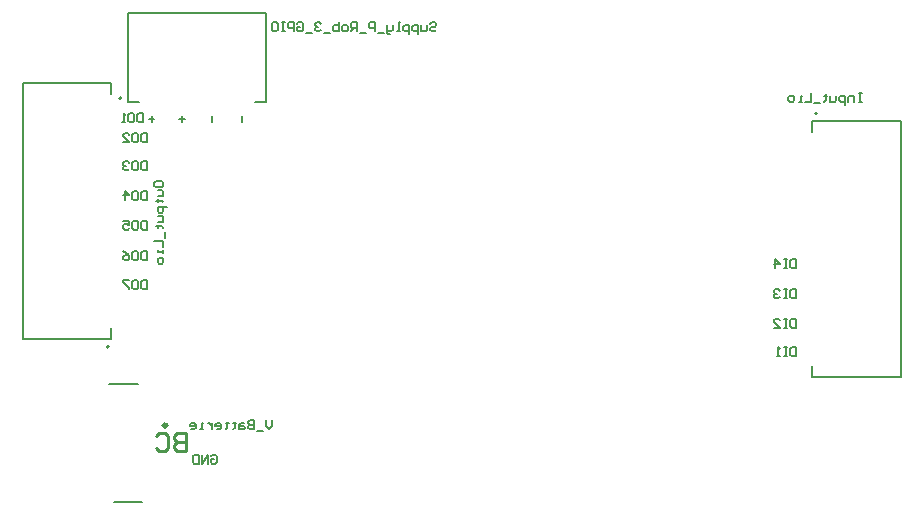
<source format=gbo>
G04*
G04 #@! TF.GenerationSoftware,Altium Limited,Altium Designer,22.8.2 (66)*
G04*
G04 Layer_Color=32896*
%FSLAX42Y42*%
%MOMM*%
G71*
G04*
G04 #@! TF.SameCoordinates,0533CB18-9495-43A3-8B9C-2A5BF5C5928D*
G04*
G04*
G04 #@! TF.FilePolarity,Positive*
G04*
G01*
G75*
%ADD11C,0.20*%
%ADD13C,0.25*%
%ADD15C,0.13*%
%ADD73C,0.30*%
D11*
X869Y5040D02*
G03*
X869Y5040I-10J0D01*
G01*
X764Y2937D02*
G03*
X764Y2937I-10J0D01*
G01*
X6758Y4911D02*
G03*
X6758Y4911I-10J0D01*
G01*
D13*
X1413Y2202D02*
Y2050D01*
X1337D01*
X1311Y2075D01*
Y2101D01*
X1337Y2126D01*
X1413D01*
X1337D01*
X1311Y2151D01*
Y2177D01*
X1337Y2202D01*
X1413D01*
X1159Y2177D02*
X1184Y2202D01*
X1235D01*
X1261Y2177D01*
Y2075D01*
X1235Y2050D01*
X1184D01*
X1159Y2075D01*
D15*
X766Y2622D02*
X1009D01*
X804Y1622D02*
X1047D01*
X6718Y4846D02*
X7468D01*
X6718Y2676D02*
X7468D01*
X6718Y4751D02*
Y4846D01*
Y2676D02*
Y2772D01*
X7468Y2676D02*
Y4846D01*
X34Y3002D02*
Y5172D01*
X784Y5076D02*
Y5172D01*
Y3002D02*
Y3098D01*
X34Y5172D02*
X784D01*
X34Y3002D02*
X784D01*
X924Y5760D02*
X2094D01*
X1999Y5010D02*
X2094D01*
X924D02*
X1019D01*
X2094D02*
Y5760D01*
X924Y5010D02*
Y5760D01*
X1089Y3499D02*
Y3423D01*
X1051D01*
X1039Y3436D01*
Y3487D01*
X1051Y3499D01*
X1089D01*
X975D02*
X1000D01*
X1013Y3487D01*
Y3436D01*
X1000Y3423D01*
X975D01*
X962Y3436D01*
Y3487D01*
X975Y3499D01*
X937D02*
X886D01*
Y3487D01*
X937Y3436D01*
Y3423D01*
X1089Y3747D02*
Y3671D01*
X1051D01*
X1039Y3683D01*
Y3734D01*
X1051Y3747D01*
X1089D01*
X975D02*
X1000D01*
X1013Y3734D01*
Y3683D01*
X1000Y3671D01*
X975D01*
X962Y3683D01*
Y3734D01*
X975Y3747D01*
X886D02*
X912Y3734D01*
X937Y3709D01*
Y3683D01*
X924Y3671D01*
X899D01*
X886Y3683D01*
Y3696D01*
X899Y3709D01*
X937D01*
X1089Y4003D02*
Y3927D01*
X1051D01*
X1039Y3939D01*
Y3990D01*
X1051Y4003D01*
X1089D01*
X975D02*
X1000D01*
X1013Y3990D01*
Y3939D01*
X1000Y3927D01*
X975D01*
X962Y3939D01*
Y3990D01*
X975Y4003D01*
X886D02*
X937D01*
Y3965D01*
X912Y3977D01*
X899D01*
X886Y3965D01*
Y3939D01*
X899Y3927D01*
X924D01*
X937Y3939D01*
X1089Y4255D02*
Y4179D01*
X1051D01*
X1039Y4191D01*
Y4242D01*
X1051Y4255D01*
X1089D01*
X975D02*
X1000D01*
X1013Y4242D01*
Y4191D01*
X1000Y4179D01*
X975D01*
X962Y4191D01*
Y4242D01*
X975Y4255D01*
X899Y4179D02*
Y4255D01*
X937Y4217D01*
X886D01*
X1089Y4505D02*
Y4429D01*
X1051D01*
X1039Y4441D01*
Y4492D01*
X1051Y4505D01*
X1089D01*
X975D02*
X1000D01*
X1013Y4492D01*
Y4441D01*
X1000Y4429D01*
X975D01*
X962Y4441D01*
Y4492D01*
X975Y4505D01*
X937Y4492D02*
X924Y4505D01*
X899D01*
X886Y4492D01*
Y4479D01*
X899Y4467D01*
X912D01*
X899D01*
X886Y4454D01*
Y4441D01*
X899Y4429D01*
X924D01*
X937Y4441D01*
X1089Y4745D02*
Y4669D01*
X1051D01*
X1039Y4681D01*
Y4732D01*
X1051Y4745D01*
X1089D01*
X975D02*
X1000D01*
X1013Y4732D01*
Y4681D01*
X1000Y4669D01*
X975D01*
X962Y4681D01*
Y4732D01*
X975Y4745D01*
X886Y4669D02*
X937D01*
X886Y4719D01*
Y4732D01*
X899Y4745D01*
X924D01*
X937Y4732D01*
X1055Y4913D02*
Y4837D01*
X1017D01*
X1005Y4849D01*
Y4900D01*
X1017Y4913D01*
X1055D01*
X941D02*
X966D01*
X979Y4900D01*
Y4849D01*
X966Y4837D01*
X941D01*
X928Y4849D01*
Y4900D01*
X941Y4913D01*
X903Y4837D02*
X878D01*
X890D01*
Y4913D01*
X903Y4900D01*
X6583Y3677D02*
Y3601D01*
X6545D01*
X6533Y3613D01*
Y3664D01*
X6545Y3677D01*
X6583D01*
X6507D02*
X6482D01*
X6494D01*
Y3601D01*
X6507D01*
X6482D01*
X6406D02*
Y3677D01*
X6444Y3639D01*
X6393D01*
X6583Y3423D02*
Y3347D01*
X6545D01*
X6533Y3360D01*
Y3411D01*
X6545Y3423D01*
X6583D01*
X6507D02*
X6482D01*
X6494D01*
Y3347D01*
X6507D01*
X6482D01*
X6444Y3411D02*
X6431Y3423D01*
X6406D01*
X6393Y3411D01*
Y3398D01*
X6406Y3385D01*
X6418D01*
X6406D01*
X6393Y3373D01*
Y3360D01*
X6406Y3347D01*
X6431D01*
X6444Y3360D01*
X6583Y3175D02*
Y3099D01*
X6545D01*
X6533Y3111D01*
Y3162D01*
X6545Y3175D01*
X6583D01*
X6507D02*
X6482D01*
X6494D01*
Y3099D01*
X6507D01*
X6482D01*
X6393D02*
X6444D01*
X6393Y3149D01*
Y3162D01*
X6406Y3175D01*
X6431D01*
X6444Y3162D01*
X6583Y2931D02*
Y2855D01*
X6545D01*
X6533Y2867D01*
Y2918D01*
X6545Y2931D01*
X6583D01*
X6507D02*
X6482D01*
X6494D01*
Y2855D01*
X6507D01*
X6482D01*
X6444D02*
X6418D01*
X6431D01*
Y2931D01*
X6444Y2918D01*
X1099Y4862D02*
X1149D01*
X1124Y4887D02*
Y4837D01*
X1355Y4862D02*
X1405D01*
X1380Y4887D02*
Y4837D01*
X1633D02*
Y4887D01*
X1889Y4837D02*
Y4887D01*
X2147Y2316D02*
Y2265D01*
X2122Y2239D01*
X2097Y2265D01*
Y2316D01*
X2071Y2227D02*
X2020D01*
X1995Y2316D02*
Y2239D01*
X1957D01*
X1944Y2252D01*
Y2265D01*
X1957Y2277D01*
X1995D01*
X1957D01*
X1944Y2290D01*
Y2303D01*
X1957Y2316D01*
X1995D01*
X1906Y2290D02*
X1881D01*
X1868Y2277D01*
Y2239D01*
X1906D01*
X1919Y2252D01*
X1906Y2265D01*
X1868D01*
X1830Y2303D02*
Y2290D01*
X1843D01*
X1817D01*
X1830D01*
Y2252D01*
X1817Y2239D01*
X1766Y2303D02*
Y2290D01*
X1779D01*
X1754D01*
X1766D01*
Y2252D01*
X1754Y2239D01*
X1678D02*
X1703D01*
X1716Y2252D01*
Y2277D01*
X1703Y2290D01*
X1678D01*
X1665Y2277D01*
Y2265D01*
X1716D01*
X1639Y2290D02*
Y2239D01*
Y2265D01*
X1627Y2277D01*
X1614Y2290D01*
X1601D01*
X1563Y2239D02*
X1538D01*
X1551D01*
Y2290D01*
X1563D01*
X1462Y2239D02*
X1487D01*
X1500Y2252D01*
Y2277D01*
X1487Y2290D01*
X1462D01*
X1449Y2277D01*
Y2265D01*
X1500D01*
X1627Y2008D02*
X1639Y2021D01*
X1665D01*
X1677Y2008D01*
Y1957D01*
X1665Y1945D01*
X1639D01*
X1627Y1957D01*
Y1983D01*
X1652D01*
X1601Y1945D02*
Y2021D01*
X1550Y1945D01*
Y2021D01*
X1525D02*
Y1945D01*
X1487D01*
X1474Y1957D01*
Y2008D01*
X1487Y2021D01*
X1525D01*
X3485Y5670D02*
X3498Y5683D01*
X3524D01*
X3536Y5670D01*
Y5657D01*
X3524Y5645D01*
X3498D01*
X3485Y5632D01*
Y5619D01*
X3498Y5607D01*
X3524D01*
X3536Y5619D01*
X3460Y5657D02*
Y5619D01*
X3447Y5607D01*
X3409D01*
Y5657D01*
X3384Y5581D02*
Y5657D01*
X3346D01*
X3333Y5645D01*
Y5619D01*
X3346Y5607D01*
X3384D01*
X3308Y5581D02*
Y5657D01*
X3270D01*
X3257Y5645D01*
Y5619D01*
X3270Y5607D01*
X3308D01*
X3232D02*
X3206D01*
X3219D01*
Y5683D01*
X3232D01*
X3168Y5657D02*
Y5619D01*
X3155Y5607D01*
X3117D01*
Y5594D01*
X3130Y5581D01*
X3143D01*
X3117Y5607D02*
Y5657D01*
X3092Y5594D02*
X3041D01*
X3016Y5607D02*
Y5683D01*
X2978D01*
X2965Y5670D01*
Y5645D01*
X2978Y5632D01*
X3016D01*
X2940Y5594D02*
X2889D01*
X2863Y5607D02*
Y5683D01*
X2825D01*
X2813Y5670D01*
Y5645D01*
X2825Y5632D01*
X2863D01*
X2838D02*
X2813Y5607D01*
X2775D02*
X2749D01*
X2736Y5619D01*
Y5645D01*
X2749Y5657D01*
X2775D01*
X2787Y5645D01*
Y5619D01*
X2775Y5607D01*
X2711Y5683D02*
Y5607D01*
X2673D01*
X2660Y5619D01*
Y5632D01*
Y5645D01*
X2673Y5657D01*
X2711D01*
X2635Y5594D02*
X2584D01*
X2559Y5670D02*
X2546Y5683D01*
X2521D01*
X2508Y5670D01*
Y5657D01*
X2521Y5645D01*
X2533D01*
X2521D01*
X2508Y5632D01*
Y5619D01*
X2521Y5607D01*
X2546D01*
X2559Y5619D01*
X2483Y5594D02*
X2432D01*
X2356Y5670D02*
X2368Y5683D01*
X2394D01*
X2406Y5670D01*
Y5619D01*
X2394Y5607D01*
X2368D01*
X2356Y5619D01*
Y5645D01*
X2381D01*
X2330Y5607D02*
Y5683D01*
X2292D01*
X2279Y5670D01*
Y5645D01*
X2292Y5632D01*
X2330D01*
X2254Y5683D02*
X2229D01*
X2241D01*
Y5607D01*
X2254D01*
X2229D01*
X2152Y5683D02*
X2178D01*
X2191Y5670D01*
Y5619D01*
X2178Y5607D01*
X2152D01*
X2140Y5619D01*
Y5670D01*
X2152Y5683D01*
X1149Y4299D02*
Y4324D01*
X1162Y4337D01*
X1213D01*
X1225Y4324D01*
Y4299D01*
X1213Y4286D01*
X1162D01*
X1149Y4299D01*
X1175Y4261D02*
X1213D01*
X1225Y4248D01*
Y4210D01*
X1175D01*
X1162Y4172D02*
X1175D01*
Y4185D01*
Y4159D01*
Y4172D01*
X1213D01*
X1225Y4159D01*
X1251Y4121D02*
X1175D01*
Y4083D01*
X1187Y4071D01*
X1213D01*
X1225Y4083D01*
Y4121D01*
X1175Y4045D02*
X1213D01*
X1225Y4032D01*
Y3994D01*
X1175D01*
X1162Y3956D02*
X1175D01*
Y3969D01*
Y3944D01*
Y3956D01*
X1213D01*
X1225Y3944D01*
X1238Y3905D02*
Y3855D01*
X1149Y3829D02*
X1225D01*
Y3779D01*
Y3753D02*
Y3728D01*
Y3740D01*
X1175D01*
Y3753D01*
X1225Y3677D02*
Y3652D01*
X1213Y3639D01*
X1187D01*
X1175Y3652D01*
Y3677D01*
X1187Y3690D01*
X1213D01*
X1225Y3677D01*
X7139Y5087D02*
X7114D01*
X7126D01*
Y5011D01*
X7139D01*
X7114D01*
X7076D02*
Y5061D01*
X7037D01*
X7025Y5049D01*
Y5011D01*
X6999Y4985D02*
Y5061D01*
X6961D01*
X6949Y5049D01*
Y5023D01*
X6961Y5011D01*
X6999D01*
X6923Y5061D02*
Y5023D01*
X6911Y5011D01*
X6872D01*
Y5061D01*
X6834Y5074D02*
Y5061D01*
X6847D01*
X6822D01*
X6834D01*
Y5023D01*
X6822Y5011D01*
X6784Y4998D02*
X6733D01*
X6707Y5087D02*
Y5011D01*
X6657D01*
X6631D02*
X6606D01*
X6619D01*
Y5061D01*
X6631D01*
X6555Y5011D02*
X6530D01*
X6517Y5023D01*
Y5049D01*
X6530Y5061D01*
X6555D01*
X6568Y5049D01*
Y5023D01*
X6555Y5011D01*
D73*
X1254Y2272D02*
G03*
X1254Y2272I-15J0D01*
G01*
M02*

</source>
